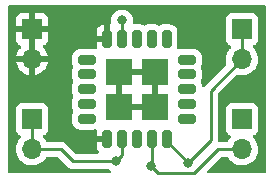
<source format=gbr>
%TF.GenerationSoftware,KiCad,Pcbnew,6.0.7-f9a2dced07~116~ubuntu20.04.1*%
%TF.CreationDate,2022-10-31T14:46:07+01:00*%
%TF.ProjectId,scd40_board,73636434-305f-4626-9f61-72642e6b6963,rev?*%
%TF.SameCoordinates,Original*%
%TF.FileFunction,Copper,L1,Top*%
%TF.FilePolarity,Positive*%
%FSLAX46Y46*%
G04 Gerber Fmt 4.6, Leading zero omitted, Abs format (unit mm)*
G04 Created by KiCad (PCBNEW 6.0.7-f9a2dced07~116~ubuntu20.04.1) date 2022-10-31 14:46:07*
%MOMM*%
%LPD*%
G01*
G04 APERTURE LIST*
G04 Aperture macros list*
%AMRoundRect*
0 Rectangle with rounded corners*
0 $1 Rounding radius*
0 $2 $3 $4 $5 $6 $7 $8 $9 X,Y pos of 4 corners*
0 Add a 4 corners polygon primitive as box body*
4,1,4,$2,$3,$4,$5,$6,$7,$8,$9,$2,$3,0*
0 Add four circle primitives for the rounded corners*
1,1,$1+$1,$2,$3*
1,1,$1+$1,$4,$5*
1,1,$1+$1,$6,$7*
1,1,$1+$1,$8,$9*
0 Add four rect primitives between the rounded corners*
20,1,$1+$1,$2,$3,$4,$5,0*
20,1,$1+$1,$4,$5,$6,$7,0*
20,1,$1+$1,$6,$7,$8,$9,0*
20,1,$1+$1,$8,$9,$2,$3,0*%
G04 Aperture macros list end*
%TA.AperFunction,SMDPad,CuDef*%
%ADD10RoundRect,0.200000X-0.550000X-0.200000X0.550000X-0.200000X0.550000X0.200000X-0.550000X0.200000X0*%
%TD*%
%TA.AperFunction,SMDPad,CuDef*%
%ADD11RoundRect,0.200000X-0.200000X0.550000X-0.200000X-0.550000X0.200000X-0.550000X0.200000X0.550000X0*%
%TD*%
%TA.AperFunction,SMDPad,CuDef*%
%ADD12RoundRect,0.200000X0.550000X0.200000X-0.550000X0.200000X-0.550000X-0.200000X0.550000X-0.200000X0*%
%TD*%
%TA.AperFunction,SMDPad,CuDef*%
%ADD13RoundRect,0.200000X0.200000X-0.550000X0.200000X0.550000X-0.200000X0.550000X-0.200000X-0.550000X0*%
%TD*%
%TA.AperFunction,SMDPad,CuDef*%
%ADD14R,2.300000X2.300000*%
%TD*%
%TA.AperFunction,ComponentPad*%
%ADD15R,1.700000X1.700000*%
%TD*%
%TA.AperFunction,ComponentPad*%
%ADD16O,1.700000X1.700000*%
%TD*%
%TA.AperFunction,ViaPad*%
%ADD17C,0.800000*%
%TD*%
%TA.AperFunction,Conductor*%
%ADD18C,0.250000*%
%TD*%
G04 APERTURE END LIST*
D10*
%TO.P,U1,1,dnc*%
%TO.N,unconnected-(U1-Pad1)*%
X156278000Y-31409000D03*
%TO.P,U1,2,dnc*%
%TO.N,unconnected-(U1-Pad2)*%
X156278000Y-32659000D03*
%TO.P,U1,3,dnc*%
%TO.N,unconnected-(U1-Pad3)*%
X156278000Y-33909000D03*
%TO.P,U1,4,dnc*%
%TO.N,unconnected-(U1-Pad4)*%
X156278000Y-35159000D03*
%TO.P,U1,5,dnc*%
%TO.N,unconnected-(U1-Pad5)*%
X156278000Y-36409000D03*
D11*
%TO.P,U1,6,GND*%
%TO.N,GND*%
X158028000Y-38159000D03*
%TO.P,U1,7,VDD*%
%TO.N,Net-(J1-Pad1)*%
X159278000Y-38159000D03*
%TO.P,U1,8,dnc*%
%TO.N,unconnected-(U1-Pad8)*%
X160528000Y-38159000D03*
%TO.P,U1,9,SCL*%
%TO.N,Net-(J4-Pad1)*%
X161778000Y-38159000D03*
%TO.P,U1,10,SDA*%
%TO.N,Net-(J3-Pad1)*%
X163028000Y-38159000D03*
D12*
%TO.P,U1,11,dnc*%
%TO.N,unconnected-(U1-Pad11)*%
X164778000Y-36409000D03*
%TO.P,U1,12,dnc*%
%TO.N,unconnected-(U1-Pad12)*%
X164778000Y-35159000D03*
%TO.P,U1,13,dnc*%
%TO.N,unconnected-(U1-Pad13)*%
X164778000Y-33909000D03*
%TO.P,U1,14,dnc*%
%TO.N,unconnected-(U1-Pad14)*%
X164778000Y-32659000D03*
%TO.P,U1,15,dnc*%
%TO.N,unconnected-(U1-Pad15)*%
X164778000Y-31409000D03*
D13*
%TO.P,U1,16,dnc*%
%TO.N,unconnected-(U1-Pad16)*%
X163028000Y-29659000D03*
%TO.P,U1,17,dnc*%
%TO.N,unconnected-(U1-Pad17)*%
X161778000Y-29659000D03*
%TO.P,U1,18,dnc*%
%TO.N,unconnected-(U1-Pad18)*%
X160528000Y-29659000D03*
%TO.P,U1,19,VDDH*%
%TO.N,Net-(J1-Pad1)*%
X159278000Y-29659000D03*
%TO.P,U1,20,GND*%
%TO.N,GND*%
X158028000Y-29659000D03*
D14*
%TO.P,U1,21,GNDpad*%
X159028000Y-35409000D03*
%TO.P,U1,22,gndpad*%
X162028000Y-35409000D03*
%TO.P,U1,23,gndpad*%
X162028000Y-32409000D03*
%TO.P,U1,24,gndpad*%
X159028000Y-32409000D03*
%TD*%
D15*
%TO.P,J2,1,Pin_1*%
%TO.N,GND*%
X151638000Y-28829000D03*
D16*
%TO.P,J2,2,Pin_2*%
X151638000Y-31369000D03*
%TD*%
D15*
%TO.P,J3,1,Pin_1*%
%TO.N,Net-(J3-Pad1)*%
X169418000Y-28829000D03*
D16*
%TO.P,J3,2,Pin_2*%
X169418000Y-31369000D03*
%TD*%
D15*
%TO.P,J4,1,Pin_1*%
%TO.N,Net-(J4-Pad1)*%
X169418000Y-36449000D03*
D16*
%TO.P,J4,2,Pin_2*%
X169418000Y-38989000D03*
%TD*%
D15*
%TO.P,J1,1,Pin_1*%
%TO.N,Net-(J1-Pad1)*%
X151638000Y-36449000D03*
D16*
%TO.P,J1,2,Pin_2*%
X151638000Y-38989000D03*
%TD*%
D17*
%TO.N,Net-(J1-Pad1)*%
X158750000Y-40005000D03*
X159258000Y-28067000D03*
%TO.N,GND*%
X162052000Y-35306000D03*
X159004000Y-32512000D03*
X162179000Y-32512000D03*
X159004000Y-35433000D03*
%TO.N,Net-(J3-Pad1)*%
X164846000Y-40132000D03*
%TO.N,Net-(J4-Pad1)*%
X161671000Y-40386000D03*
%TD*%
D18*
%TO.N,Net-(J1-Pad1)*%
X155067000Y-40005000D02*
X158750000Y-40005000D01*
X159258000Y-28067000D02*
X159258000Y-29639000D01*
X151638000Y-38989000D02*
X151638000Y-36449000D01*
X151638000Y-38989000D02*
X154051000Y-38989000D01*
X159278000Y-39477000D02*
X158750000Y-40005000D01*
X159258000Y-29639000D02*
X159278000Y-29659000D01*
X159278000Y-38159000D02*
X159278000Y-39477000D01*
X154051000Y-38989000D02*
X155067000Y-40005000D01*
%TO.N,Net-(J3-Pad1)*%
X164846000Y-40132000D02*
X166751000Y-38227000D01*
X164846000Y-40132000D02*
X163028000Y-38314000D01*
X166751000Y-38227000D02*
X166751000Y-34036000D01*
X169418000Y-28829000D02*
X169418000Y-31369000D01*
X163028000Y-38314000D02*
X163028000Y-38159000D01*
X166751000Y-34036000D02*
X169418000Y-31369000D01*
%TO.N,Net-(J4-Pad1)*%
X162306000Y-41021000D02*
X161671000Y-40386000D01*
X169418000Y-38989000D02*
X167386000Y-38989000D01*
X167386000Y-38989000D02*
X165354000Y-41021000D01*
X161778000Y-40279000D02*
X161778000Y-38159000D01*
X165354000Y-41021000D02*
X162306000Y-41021000D01*
X161671000Y-40386000D02*
X161778000Y-40279000D01*
%TD*%
%TA.AperFunction,Conductor*%
%TO.N,GND*%
G36*
X171391621Y-26817502D02*
G01*
X171438114Y-26871158D01*
X171449500Y-26923500D01*
X171449500Y-40894500D01*
X171429498Y-40962621D01*
X171375842Y-41009114D01*
X171323500Y-41020500D01*
X166554594Y-41020500D01*
X166486473Y-41000498D01*
X166439980Y-40946842D01*
X166429876Y-40876568D01*
X166459370Y-40811988D01*
X166465499Y-40805405D01*
X166950022Y-40320883D01*
X167611500Y-39659405D01*
X167673812Y-39625379D01*
X167700595Y-39622500D01*
X168142274Y-39622500D01*
X168210395Y-39642502D01*
X168249707Y-39682665D01*
X168317987Y-39794088D01*
X168464250Y-39962938D01*
X168636126Y-40105632D01*
X168829000Y-40218338D01*
X169037692Y-40298030D01*
X169042760Y-40299061D01*
X169042763Y-40299062D01*
X169115410Y-40313842D01*
X169256597Y-40342567D01*
X169261772Y-40342757D01*
X169261774Y-40342757D01*
X169474673Y-40350564D01*
X169474677Y-40350564D01*
X169479837Y-40350753D01*
X169484957Y-40350097D01*
X169484959Y-40350097D01*
X169696288Y-40323025D01*
X169696289Y-40323025D01*
X169701416Y-40322368D01*
X169706366Y-40320883D01*
X169910429Y-40259661D01*
X169910434Y-40259659D01*
X169915384Y-40258174D01*
X170115994Y-40159896D01*
X170297860Y-40030173D01*
X170456096Y-39872489D01*
X170466436Y-39858100D01*
X170583435Y-39695277D01*
X170586453Y-39691077D01*
X170590145Y-39683608D01*
X170683136Y-39495453D01*
X170683137Y-39495451D01*
X170685430Y-39490811D01*
X170735463Y-39326134D01*
X170748865Y-39282023D01*
X170748865Y-39282021D01*
X170750370Y-39277069D01*
X170779529Y-39055590D01*
X170780821Y-39002699D01*
X170781074Y-38992365D01*
X170781074Y-38992361D01*
X170781156Y-38989000D01*
X170762852Y-38766361D01*
X170708431Y-38549702D01*
X170619354Y-38344840D01*
X170523793Y-38197125D01*
X170500822Y-38161617D01*
X170500820Y-38161614D01*
X170498014Y-38157277D01*
X170494532Y-38153450D01*
X170350798Y-37995488D01*
X170319746Y-37931642D01*
X170328141Y-37861143D01*
X170373317Y-37806375D01*
X170399761Y-37792706D01*
X170506297Y-37752767D01*
X170514705Y-37749615D01*
X170631261Y-37662261D01*
X170718615Y-37545705D01*
X170769745Y-37409316D01*
X170776500Y-37347134D01*
X170776500Y-35550866D01*
X170769745Y-35488684D01*
X170718615Y-35352295D01*
X170631261Y-35235739D01*
X170514705Y-35148385D01*
X170378316Y-35097255D01*
X170316134Y-35090500D01*
X168519866Y-35090500D01*
X168457684Y-35097255D01*
X168321295Y-35148385D01*
X168204739Y-35235739D01*
X168117385Y-35352295D01*
X168066255Y-35488684D01*
X168059500Y-35550866D01*
X168059500Y-37347134D01*
X168066255Y-37409316D01*
X168117385Y-37545705D01*
X168204739Y-37662261D01*
X168321295Y-37749615D01*
X168329704Y-37752767D01*
X168329705Y-37752768D01*
X168438451Y-37793535D01*
X168495216Y-37836176D01*
X168519916Y-37902738D01*
X168504709Y-37972087D01*
X168485316Y-37998568D01*
X168358629Y-38131138D01*
X168355715Y-38135410D01*
X168355714Y-38135411D01*
X168243095Y-38300504D01*
X168188184Y-38345507D01*
X168139007Y-38355500D01*
X167514122Y-38355500D01*
X167446001Y-38335498D01*
X167399508Y-38281842D01*
X167388681Y-38241357D01*
X167385059Y-38203038D01*
X167384500Y-38191181D01*
X167384500Y-34350594D01*
X167404502Y-34282473D01*
X167421405Y-34261499D01*
X168962549Y-32720355D01*
X169024861Y-32686329D01*
X169076762Y-32685979D01*
X169256597Y-32722567D01*
X169261772Y-32722757D01*
X169261774Y-32722757D01*
X169474673Y-32730564D01*
X169474677Y-32730564D01*
X169479837Y-32730753D01*
X169484957Y-32730097D01*
X169484959Y-32730097D01*
X169696288Y-32703025D01*
X169696289Y-32703025D01*
X169701416Y-32702368D01*
X169706366Y-32700883D01*
X169910429Y-32639661D01*
X169910434Y-32639659D01*
X169915384Y-32638174D01*
X170115994Y-32539896D01*
X170297860Y-32410173D01*
X170305695Y-32402366D01*
X170452435Y-32256137D01*
X170456096Y-32252489D01*
X170586453Y-32071077D01*
X170603118Y-32037359D01*
X170683136Y-31875453D01*
X170683137Y-31875451D01*
X170685430Y-31870811D01*
X170746897Y-31668501D01*
X170748865Y-31662023D01*
X170748865Y-31662021D01*
X170750370Y-31657069D01*
X170779529Y-31435590D01*
X170781156Y-31369000D01*
X170762852Y-31146361D01*
X170708431Y-30929702D01*
X170619354Y-30724840D01*
X170498014Y-30537277D01*
X170494532Y-30533450D01*
X170350798Y-30375488D01*
X170319746Y-30311642D01*
X170328141Y-30241143D01*
X170373317Y-30186375D01*
X170399761Y-30172706D01*
X170506297Y-30132767D01*
X170514705Y-30129615D01*
X170631261Y-30042261D01*
X170718615Y-29925705D01*
X170769745Y-29789316D01*
X170776500Y-29727134D01*
X170776500Y-27930866D01*
X170769745Y-27868684D01*
X170718615Y-27732295D01*
X170631261Y-27615739D01*
X170514705Y-27528385D01*
X170378316Y-27477255D01*
X170316134Y-27470500D01*
X168519866Y-27470500D01*
X168457684Y-27477255D01*
X168321295Y-27528385D01*
X168204739Y-27615739D01*
X168117385Y-27732295D01*
X168066255Y-27868684D01*
X168059500Y-27930866D01*
X168059500Y-29727134D01*
X168066255Y-29789316D01*
X168117385Y-29925705D01*
X168204739Y-30042261D01*
X168321295Y-30129615D01*
X168329704Y-30132767D01*
X168329705Y-30132768D01*
X168438451Y-30173535D01*
X168495216Y-30216176D01*
X168519916Y-30282738D01*
X168504709Y-30352087D01*
X168485316Y-30378568D01*
X168366694Y-30502699D01*
X168358629Y-30511138D01*
X168355715Y-30515410D01*
X168355714Y-30515411D01*
X168326302Y-30558528D01*
X168232743Y-30695680D01*
X168185715Y-30796993D01*
X168156714Y-30859472D01*
X168138688Y-30898305D01*
X168078989Y-31113570D01*
X168055251Y-31335695D01*
X168055548Y-31340848D01*
X168055548Y-31340851D01*
X168061011Y-31435590D01*
X168068110Y-31558715D01*
X168069247Y-31563761D01*
X168069248Y-31563767D01*
X168101453Y-31706668D01*
X168096917Y-31777520D01*
X168067631Y-31823464D01*
X166358747Y-33532348D01*
X166350461Y-33539888D01*
X166343982Y-33544000D01*
X166338557Y-33549777D01*
X166297357Y-33593651D01*
X166294602Y-33596493D01*
X166274865Y-33616230D01*
X166272385Y-33619427D01*
X166264678Y-33628451D01*
X166246005Y-33648335D01*
X166184792Y-33684299D01*
X166113852Y-33681460D01*
X166055709Y-33640718D01*
X166030610Y-33586824D01*
X166030365Y-33585601D01*
X166029753Y-33578938D01*
X165978472Y-33415301D01*
X165938483Y-33349271D01*
X165920304Y-33280641D01*
X165938483Y-33218729D01*
X165974537Y-33159196D01*
X165978472Y-33152699D01*
X166029753Y-32989062D01*
X166036500Y-32915635D01*
X166036499Y-32402366D01*
X166036234Y-32399474D01*
X166030364Y-32335592D01*
X166029753Y-32328938D01*
X166014730Y-32281000D01*
X165980744Y-32172550D01*
X165980743Y-32172548D01*
X165978472Y-32165301D01*
X165938483Y-32099271D01*
X165920304Y-32030641D01*
X165938483Y-31968729D01*
X165974537Y-31909196D01*
X165978472Y-31902699D01*
X165987011Y-31875453D01*
X166027752Y-31745446D01*
X166029753Y-31739062D01*
X166036500Y-31665635D01*
X166036499Y-31152366D01*
X166036234Y-31149474D01*
X166030364Y-31085592D01*
X166029753Y-31078938D01*
X165982985Y-30929702D01*
X165980744Y-30922550D01*
X165980743Y-30922548D01*
X165978472Y-30915301D01*
X165889639Y-30768619D01*
X165768381Y-30647361D01*
X165621699Y-30558528D01*
X165614452Y-30556257D01*
X165614450Y-30556256D01*
X165541675Y-30533450D01*
X165458062Y-30507247D01*
X165384635Y-30500500D01*
X165381737Y-30500500D01*
X164776426Y-30500501D01*
X164171366Y-30500501D01*
X164168508Y-30500764D01*
X164168499Y-30500764D01*
X164132996Y-30504026D01*
X164097938Y-30507247D01*
X164082975Y-30511936D01*
X164011992Y-30513219D01*
X163951582Y-30475921D01*
X163920926Y-30411884D01*
X163925064Y-30354023D01*
X163925734Y-30351885D01*
X163929753Y-30339062D01*
X163936500Y-30265635D01*
X163936499Y-29052366D01*
X163929753Y-28978938D01*
X163878472Y-28815301D01*
X163789639Y-28668619D01*
X163668381Y-28547361D01*
X163521699Y-28458528D01*
X163514452Y-28456257D01*
X163514450Y-28456256D01*
X163448164Y-28435483D01*
X163358062Y-28407247D01*
X163284635Y-28400500D01*
X163281737Y-28400500D01*
X163027335Y-28400501D01*
X162771366Y-28400501D01*
X162768508Y-28400764D01*
X162768499Y-28400764D01*
X162734619Y-28403877D01*
X162697938Y-28407247D01*
X162691560Y-28409246D01*
X162691559Y-28409246D01*
X162541550Y-28456256D01*
X162541548Y-28456257D01*
X162534301Y-28458528D01*
X162468271Y-28498517D01*
X162399641Y-28516696D01*
X162337729Y-28498517D01*
X162271699Y-28458528D01*
X162264452Y-28456257D01*
X162264450Y-28456256D01*
X162198164Y-28435483D01*
X162108062Y-28407247D01*
X162034635Y-28400500D01*
X162031737Y-28400500D01*
X161777335Y-28400501D01*
X161521366Y-28400501D01*
X161518508Y-28400764D01*
X161518499Y-28400764D01*
X161484619Y-28403877D01*
X161447938Y-28407247D01*
X161441560Y-28409246D01*
X161441559Y-28409246D01*
X161291550Y-28456256D01*
X161291548Y-28456257D01*
X161284301Y-28458528D01*
X161218271Y-28498517D01*
X161149641Y-28516696D01*
X161087729Y-28498517D01*
X161021699Y-28458528D01*
X161014452Y-28456257D01*
X161014450Y-28456256D01*
X160948164Y-28435483D01*
X160858062Y-28407247D01*
X160784635Y-28400500D01*
X160584923Y-28400500D01*
X160275916Y-28400501D01*
X160207795Y-28380499D01*
X160161302Y-28326844D01*
X160151339Y-28257552D01*
X160151542Y-28256928D01*
X160171504Y-28067000D01*
X160151542Y-27877072D01*
X160092527Y-27695444D01*
X159997040Y-27530056D01*
X159960178Y-27489116D01*
X159873675Y-27393045D01*
X159873674Y-27393044D01*
X159869253Y-27388134D01*
X159714752Y-27275882D01*
X159708724Y-27273198D01*
X159708722Y-27273197D01*
X159546319Y-27200891D01*
X159546318Y-27200891D01*
X159540288Y-27198206D01*
X159446888Y-27178353D01*
X159359944Y-27159872D01*
X159359939Y-27159872D01*
X159353487Y-27158500D01*
X159162513Y-27158500D01*
X159156061Y-27159872D01*
X159156056Y-27159872D01*
X159069112Y-27178353D01*
X158975712Y-27198206D01*
X158969682Y-27200891D01*
X158969681Y-27200891D01*
X158807278Y-27273197D01*
X158807276Y-27273198D01*
X158801248Y-27275882D01*
X158646747Y-27388134D01*
X158642326Y-27393044D01*
X158642325Y-27393045D01*
X158555823Y-27489116D01*
X158518960Y-27530056D01*
X158423473Y-27695444D01*
X158364458Y-27877072D01*
X158344496Y-28067000D01*
X158364458Y-28256928D01*
X158365832Y-28261157D01*
X158360491Y-28331149D01*
X158317674Y-28387782D01*
X158286967Y-28403061D01*
X158283671Y-28406865D01*
X158282000Y-28414548D01*
X158282000Y-29787000D01*
X158261998Y-29855121D01*
X158208342Y-29901614D01*
X158156000Y-29913000D01*
X157138116Y-29913000D01*
X157122877Y-29917475D01*
X157121672Y-29918865D01*
X157120001Y-29926548D01*
X157120001Y-30262705D01*
X157120264Y-30268454D01*
X157126132Y-30332315D01*
X157128742Y-30345349D01*
X157131518Y-30354207D01*
X157132801Y-30425192D01*
X157095502Y-30485602D01*
X157031465Y-30516257D01*
X156973602Y-30512117D01*
X156968851Y-30510628D01*
X156964445Y-30509247D01*
X156964442Y-30509246D01*
X156958062Y-30507247D01*
X156884635Y-30500500D01*
X156881737Y-30500500D01*
X156276426Y-30500501D01*
X155671366Y-30500501D01*
X155668508Y-30500764D01*
X155668499Y-30500764D01*
X155632996Y-30504026D01*
X155597938Y-30507247D01*
X155591560Y-30509246D01*
X155591559Y-30509246D01*
X155441550Y-30556256D01*
X155441548Y-30556257D01*
X155434301Y-30558528D01*
X155287619Y-30647361D01*
X155166361Y-30768619D01*
X155077528Y-30915301D01*
X155075257Y-30922548D01*
X155075256Y-30922550D01*
X155073015Y-30929702D01*
X155026247Y-31078938D01*
X155019500Y-31152365D01*
X155019501Y-31665634D01*
X155019764Y-31668492D01*
X155019764Y-31668501D01*
X155023026Y-31704004D01*
X155026247Y-31739062D01*
X155028246Y-31745440D01*
X155028246Y-31745441D01*
X155068990Y-31875453D01*
X155077528Y-31902699D01*
X155081463Y-31909196D01*
X155117517Y-31968729D01*
X155135696Y-32037359D01*
X155117517Y-32099270D01*
X155077528Y-32165301D01*
X155075257Y-32172548D01*
X155075256Y-32172550D01*
X155062618Y-32212879D01*
X155026247Y-32328938D01*
X155019500Y-32402365D01*
X155019501Y-32915634D01*
X155019764Y-32918492D01*
X155019764Y-32918501D01*
X155023026Y-32954004D01*
X155026247Y-32989062D01*
X155077528Y-33152699D01*
X155081463Y-33159196D01*
X155117517Y-33218729D01*
X155135696Y-33287359D01*
X155117517Y-33349270D01*
X155077528Y-33415301D01*
X155026247Y-33578938D01*
X155019500Y-33652365D01*
X155019501Y-34165634D01*
X155026247Y-34239062D01*
X155077528Y-34402699D01*
X155081463Y-34409196D01*
X155117517Y-34468729D01*
X155135696Y-34537359D01*
X155117517Y-34599270D01*
X155077528Y-34665301D01*
X155026247Y-34828938D01*
X155019500Y-34902365D01*
X155019501Y-35415634D01*
X155026247Y-35489062D01*
X155077528Y-35652699D01*
X155117517Y-35718729D01*
X155135696Y-35787359D01*
X155117517Y-35849270D01*
X155077528Y-35915301D01*
X155026247Y-36078938D01*
X155019500Y-36152365D01*
X155019501Y-36665634D01*
X155026247Y-36739062D01*
X155077528Y-36902699D01*
X155166361Y-37049381D01*
X155287619Y-37170639D01*
X155434301Y-37259472D01*
X155441548Y-37261743D01*
X155441550Y-37261744D01*
X155507836Y-37282517D01*
X155597938Y-37310753D01*
X155671365Y-37317500D01*
X155674263Y-37317500D01*
X156279574Y-37317499D01*
X156884634Y-37317499D01*
X156887492Y-37317236D01*
X156887501Y-37317236D01*
X156923004Y-37313974D01*
X156958062Y-37310753D01*
X156973602Y-37305883D01*
X157044586Y-37304597D01*
X157104997Y-37341892D01*
X157135655Y-37405928D01*
X157131518Y-37463793D01*
X157128744Y-37472646D01*
X157126131Y-37485694D01*
X157120266Y-37549521D01*
X157120000Y-37555309D01*
X157120000Y-37886885D01*
X157124475Y-37902124D01*
X157125865Y-37903329D01*
X157133548Y-37905000D01*
X158156000Y-37905000D01*
X158224121Y-37925002D01*
X158270614Y-37978658D01*
X158282000Y-38031000D01*
X158282000Y-38287000D01*
X158261998Y-38355121D01*
X158208342Y-38401614D01*
X158156000Y-38413000D01*
X157138116Y-38413000D01*
X157122877Y-38417475D01*
X157121672Y-38418865D01*
X157120001Y-38426548D01*
X157120001Y-38762705D01*
X157120264Y-38768454D01*
X157126132Y-38832315D01*
X157128743Y-38845351D01*
X157175715Y-38995243D01*
X157181921Y-39008988D01*
X157262824Y-39142574D01*
X157272131Y-39154443D01*
X157274093Y-39156405D01*
X157275064Y-39158184D01*
X157276814Y-39160415D01*
X157276442Y-39160707D01*
X157308119Y-39218717D01*
X157303054Y-39289532D01*
X157260507Y-39346368D01*
X157193987Y-39371179D01*
X157184998Y-39371500D01*
X155381595Y-39371500D01*
X155313474Y-39351498D01*
X155292499Y-39334595D01*
X154554647Y-38596742D01*
X154547113Y-38588463D01*
X154543000Y-38581982D01*
X154493348Y-38535356D01*
X154490507Y-38532602D01*
X154470770Y-38512865D01*
X154467573Y-38510385D01*
X154458551Y-38502680D01*
X154432100Y-38477841D01*
X154426321Y-38472414D01*
X154419375Y-38468595D01*
X154419372Y-38468593D01*
X154408566Y-38462652D01*
X154392047Y-38451801D01*
X154391583Y-38451441D01*
X154376041Y-38439386D01*
X154368772Y-38436241D01*
X154368768Y-38436238D01*
X154335463Y-38421826D01*
X154324813Y-38416609D01*
X154286060Y-38395305D01*
X154266437Y-38390267D01*
X154247734Y-38383863D01*
X154236420Y-38378967D01*
X154236419Y-38378967D01*
X154229145Y-38375819D01*
X154221322Y-38374580D01*
X154221312Y-38374577D01*
X154185476Y-38368901D01*
X154173856Y-38366495D01*
X154138711Y-38357472D01*
X154138710Y-38357472D01*
X154131030Y-38355500D01*
X154110776Y-38355500D01*
X154091065Y-38353949D01*
X154078886Y-38352020D01*
X154071057Y-38350780D01*
X154063165Y-38351526D01*
X154027039Y-38354941D01*
X154015181Y-38355500D01*
X152914805Y-38355500D01*
X152846684Y-38335498D01*
X152809013Y-38297940D01*
X152720822Y-38161617D01*
X152720820Y-38161614D01*
X152718014Y-38157277D01*
X152714532Y-38153450D01*
X152570798Y-37995488D01*
X152539746Y-37931642D01*
X152548141Y-37861143D01*
X152593317Y-37806375D01*
X152619761Y-37792706D01*
X152726297Y-37752767D01*
X152734705Y-37749615D01*
X152851261Y-37662261D01*
X152938615Y-37545705D01*
X152989745Y-37409316D01*
X152996500Y-37347134D01*
X152996500Y-35550866D01*
X152989745Y-35488684D01*
X152938615Y-35352295D01*
X152851261Y-35235739D01*
X152734705Y-35148385D01*
X152598316Y-35097255D01*
X152536134Y-35090500D01*
X150739866Y-35090500D01*
X150677684Y-35097255D01*
X150541295Y-35148385D01*
X150424739Y-35235739D01*
X150337385Y-35352295D01*
X150286255Y-35488684D01*
X150279500Y-35550866D01*
X150279500Y-37347134D01*
X150286255Y-37409316D01*
X150337385Y-37545705D01*
X150424739Y-37662261D01*
X150541295Y-37749615D01*
X150549704Y-37752767D01*
X150549705Y-37752768D01*
X150658451Y-37793535D01*
X150715216Y-37836176D01*
X150739916Y-37902738D01*
X150724709Y-37972087D01*
X150705316Y-37998568D01*
X150578629Y-38131138D01*
X150452743Y-38315680D01*
X150414011Y-38399121D01*
X150377471Y-38477841D01*
X150358688Y-38518305D01*
X150298989Y-38733570D01*
X150275251Y-38955695D01*
X150275548Y-38960848D01*
X150275548Y-38960851D01*
X150286824Y-39156405D01*
X150288110Y-39178715D01*
X150289247Y-39183761D01*
X150289248Y-39183767D01*
X150296035Y-39213882D01*
X150337222Y-39396639D01*
X150377346Y-39495453D01*
X150412228Y-39581357D01*
X150421266Y-39603616D01*
X150457301Y-39662420D01*
X150535291Y-39789688D01*
X150537987Y-39794088D01*
X150684250Y-39962938D01*
X150856126Y-40105632D01*
X151049000Y-40218338D01*
X151257692Y-40298030D01*
X151262760Y-40299061D01*
X151262763Y-40299062D01*
X151335410Y-40313842D01*
X151476597Y-40342567D01*
X151481772Y-40342757D01*
X151481774Y-40342757D01*
X151694673Y-40350564D01*
X151694677Y-40350564D01*
X151699837Y-40350753D01*
X151704957Y-40350097D01*
X151704959Y-40350097D01*
X151916288Y-40323025D01*
X151916289Y-40323025D01*
X151921416Y-40322368D01*
X151926366Y-40320883D01*
X152130429Y-40259661D01*
X152130434Y-40259659D01*
X152135384Y-40258174D01*
X152335994Y-40159896D01*
X152517860Y-40030173D01*
X152676096Y-39872489D01*
X152686436Y-39858100D01*
X152803435Y-39695277D01*
X152806453Y-39691077D01*
X152808746Y-39686437D01*
X152810446Y-39683608D01*
X152862674Y-39635518D01*
X152918451Y-39622500D01*
X153736405Y-39622500D01*
X153804526Y-39642502D01*
X153825501Y-39659405D01*
X154196268Y-40030173D01*
X154563353Y-40397258D01*
X154570887Y-40405537D01*
X154575000Y-40412018D01*
X154624651Y-40458643D01*
X154627493Y-40461398D01*
X154647230Y-40481135D01*
X154650427Y-40483615D01*
X154659447Y-40491318D01*
X154691679Y-40521586D01*
X154698625Y-40525405D01*
X154698628Y-40525407D01*
X154709434Y-40531348D01*
X154725953Y-40542199D01*
X154741959Y-40554614D01*
X154749228Y-40557759D01*
X154749232Y-40557762D01*
X154782537Y-40572174D01*
X154793187Y-40577391D01*
X154831940Y-40598695D01*
X154839615Y-40600666D01*
X154839616Y-40600666D01*
X154851562Y-40603733D01*
X154870267Y-40610137D01*
X154888855Y-40618181D01*
X154896678Y-40619420D01*
X154896688Y-40619423D01*
X154932524Y-40625099D01*
X154944144Y-40627505D01*
X154979289Y-40636528D01*
X154986970Y-40638500D01*
X155007224Y-40638500D01*
X155026934Y-40640051D01*
X155046943Y-40643220D01*
X155054835Y-40642474D01*
X155090961Y-40639059D01*
X155102819Y-40638500D01*
X158041800Y-40638500D01*
X158109921Y-40658502D01*
X158129147Y-40674843D01*
X158129420Y-40674540D01*
X158134332Y-40678963D01*
X158138747Y-40683866D01*
X158157278Y-40697330D01*
X158288356Y-40792564D01*
X158331710Y-40848787D01*
X158337785Y-40919523D01*
X158304653Y-40982314D01*
X158242833Y-41017226D01*
X158214295Y-41020500D01*
X149732500Y-41020500D01*
X149664379Y-41000498D01*
X149617886Y-40946842D01*
X149606500Y-40894500D01*
X149606500Y-31636966D01*
X150306257Y-31636966D01*
X150336565Y-31771446D01*
X150339645Y-31781275D01*
X150419770Y-31978603D01*
X150424413Y-31987794D01*
X150535694Y-32169388D01*
X150541777Y-32177699D01*
X150681213Y-32338667D01*
X150688580Y-32345883D01*
X150852434Y-32481916D01*
X150860881Y-32487831D01*
X151044756Y-32595279D01*
X151054042Y-32599729D01*
X151253001Y-32675703D01*
X151262899Y-32678579D01*
X151366250Y-32699606D01*
X151380299Y-32698410D01*
X151384000Y-32688065D01*
X151384000Y-32687517D01*
X151892000Y-32687517D01*
X151896064Y-32701359D01*
X151909478Y-32703393D01*
X151916184Y-32702534D01*
X151926262Y-32700392D01*
X152130255Y-32639191D01*
X152139842Y-32635433D01*
X152331095Y-32541739D01*
X152339945Y-32536464D01*
X152513328Y-32412792D01*
X152521200Y-32406139D01*
X152672052Y-32255812D01*
X152678730Y-32247965D01*
X152803003Y-32075020D01*
X152808313Y-32066183D01*
X152902670Y-31875267D01*
X152906469Y-31865672D01*
X152968377Y-31661910D01*
X152970555Y-31651837D01*
X152971986Y-31640962D01*
X152969775Y-31626778D01*
X152956617Y-31623000D01*
X151910115Y-31623000D01*
X151894876Y-31627475D01*
X151893671Y-31628865D01*
X151892000Y-31636548D01*
X151892000Y-32687517D01*
X151384000Y-32687517D01*
X151384000Y-31641115D01*
X151379525Y-31625876D01*
X151378135Y-31624671D01*
X151370452Y-31623000D01*
X150321225Y-31623000D01*
X150307694Y-31626973D01*
X150306257Y-31636966D01*
X149606500Y-31636966D01*
X149606500Y-29723669D01*
X150280001Y-29723669D01*
X150280371Y-29730490D01*
X150285895Y-29781352D01*
X150289521Y-29796604D01*
X150334676Y-29917054D01*
X150343214Y-29932649D01*
X150419715Y-30034724D01*
X150432276Y-30047285D01*
X150534351Y-30123786D01*
X150549946Y-30132324D01*
X150659337Y-30173333D01*
X150716101Y-30215975D01*
X150740801Y-30282536D01*
X150725594Y-30351885D01*
X150706201Y-30378366D01*
X150582590Y-30507717D01*
X150576104Y-30515727D01*
X150456098Y-30691649D01*
X150451000Y-30700623D01*
X150361338Y-30893783D01*
X150357775Y-30903470D01*
X150302389Y-31103183D01*
X150303912Y-31111607D01*
X150316292Y-31115000D01*
X151365885Y-31115000D01*
X151381124Y-31110525D01*
X151382329Y-31109135D01*
X151384000Y-31101452D01*
X151384000Y-31096885D01*
X151892000Y-31096885D01*
X151896475Y-31112124D01*
X151897865Y-31113329D01*
X151905548Y-31115000D01*
X152956344Y-31115000D01*
X152969875Y-31111027D01*
X152971180Y-31101947D01*
X152929214Y-30934875D01*
X152925894Y-30925124D01*
X152840972Y-30729814D01*
X152836105Y-30720739D01*
X152720426Y-30541926D01*
X152714136Y-30533757D01*
X152569931Y-30375279D01*
X152538879Y-30311433D01*
X152547273Y-30240934D01*
X152592450Y-30186166D01*
X152618894Y-30172497D01*
X152726054Y-30132324D01*
X152741649Y-30123786D01*
X152843724Y-30047285D01*
X152856285Y-30034724D01*
X152932786Y-29932649D01*
X152941324Y-29917054D01*
X152986478Y-29796606D01*
X152990105Y-29781351D01*
X152995631Y-29730486D01*
X152996000Y-29723672D01*
X152996000Y-29386885D01*
X157120000Y-29386885D01*
X157124475Y-29402124D01*
X157125865Y-29403329D01*
X157133548Y-29405000D01*
X157755885Y-29405000D01*
X157771124Y-29400525D01*
X157772329Y-29399135D01*
X157774000Y-29391452D01*
X157774000Y-28419116D01*
X157769525Y-28403877D01*
X157768135Y-28402672D01*
X157763706Y-28401709D01*
X157704685Y-28407132D01*
X157691649Y-28409743D01*
X157541757Y-28456715D01*
X157528012Y-28462921D01*
X157394426Y-28543824D01*
X157382557Y-28553131D01*
X157272131Y-28663557D01*
X157262824Y-28675426D01*
X157181921Y-28809012D01*
X157175715Y-28822757D01*
X157128744Y-28972644D01*
X157126131Y-28985694D01*
X157120266Y-29049521D01*
X157120000Y-29055309D01*
X157120000Y-29386885D01*
X152996000Y-29386885D01*
X152996000Y-29101115D01*
X152991525Y-29085876D01*
X152990135Y-29084671D01*
X152982452Y-29083000D01*
X151910115Y-29083000D01*
X151894876Y-29087475D01*
X151893671Y-29088865D01*
X151892000Y-29096548D01*
X151892000Y-31096885D01*
X151384000Y-31096885D01*
X151384000Y-29101115D01*
X151379525Y-29085876D01*
X151378135Y-29084671D01*
X151370452Y-29083000D01*
X150298116Y-29083000D01*
X150282877Y-29087475D01*
X150281672Y-29088865D01*
X150280001Y-29096548D01*
X150280001Y-29723669D01*
X149606500Y-29723669D01*
X149606500Y-28556885D01*
X150280000Y-28556885D01*
X150284475Y-28572124D01*
X150285865Y-28573329D01*
X150293548Y-28575000D01*
X151365885Y-28575000D01*
X151381124Y-28570525D01*
X151382329Y-28569135D01*
X151384000Y-28561452D01*
X151384000Y-28556885D01*
X151892000Y-28556885D01*
X151896475Y-28572124D01*
X151897865Y-28573329D01*
X151905548Y-28575000D01*
X152977884Y-28575000D01*
X152993123Y-28570525D01*
X152994328Y-28569135D01*
X152995999Y-28561452D01*
X152995999Y-27934331D01*
X152995629Y-27927510D01*
X152990105Y-27876648D01*
X152986479Y-27861396D01*
X152941324Y-27740946D01*
X152932786Y-27725351D01*
X152856285Y-27623276D01*
X152843724Y-27610715D01*
X152741649Y-27534214D01*
X152726054Y-27525676D01*
X152605606Y-27480522D01*
X152590351Y-27476895D01*
X152539486Y-27471369D01*
X152532672Y-27471000D01*
X151910115Y-27471000D01*
X151894876Y-27475475D01*
X151893671Y-27476865D01*
X151892000Y-27484548D01*
X151892000Y-28556885D01*
X151384000Y-28556885D01*
X151384000Y-27489116D01*
X151379525Y-27473877D01*
X151378135Y-27472672D01*
X151370452Y-27471001D01*
X150743331Y-27471001D01*
X150736510Y-27471371D01*
X150685648Y-27476895D01*
X150670396Y-27480521D01*
X150549946Y-27525676D01*
X150534351Y-27534214D01*
X150432276Y-27610715D01*
X150419715Y-27623276D01*
X150343214Y-27725351D01*
X150334676Y-27740946D01*
X150289522Y-27861394D01*
X150285895Y-27876649D01*
X150280369Y-27927514D01*
X150280000Y-27934328D01*
X150280000Y-28556885D01*
X149606500Y-28556885D01*
X149606500Y-26923500D01*
X149626502Y-26855379D01*
X149680158Y-26808886D01*
X149732500Y-26797500D01*
X171323500Y-26797500D01*
X171391621Y-26817502D01*
G37*
%TD.AperFunction*%
%TA.AperFunction,Conductor*%
G36*
X162224121Y-32175002D02*
G01*
X162270614Y-32228658D01*
X162282000Y-32281000D01*
X162282000Y-35537000D01*
X162261998Y-35605121D01*
X162208342Y-35651614D01*
X162156000Y-35663000D01*
X158900000Y-35663000D01*
X158831879Y-35642998D01*
X158785386Y-35589342D01*
X158774000Y-35537000D01*
X158774000Y-35136885D01*
X159282000Y-35136885D01*
X159286475Y-35152124D01*
X159287865Y-35153329D01*
X159295548Y-35155000D01*
X161755885Y-35155000D01*
X161771124Y-35150525D01*
X161772329Y-35149135D01*
X161774000Y-35141452D01*
X161774000Y-32681115D01*
X161769525Y-32665876D01*
X161768135Y-32664671D01*
X161760452Y-32663000D01*
X159300115Y-32663000D01*
X159284876Y-32667475D01*
X159283671Y-32668865D01*
X159282000Y-32676548D01*
X159282000Y-35136885D01*
X158774000Y-35136885D01*
X158774000Y-32281000D01*
X158794002Y-32212879D01*
X158847658Y-32166386D01*
X158900000Y-32155000D01*
X162156000Y-32155000D01*
X162224121Y-32175002D01*
G37*
%TD.AperFunction*%
%TD*%
M02*

</source>
